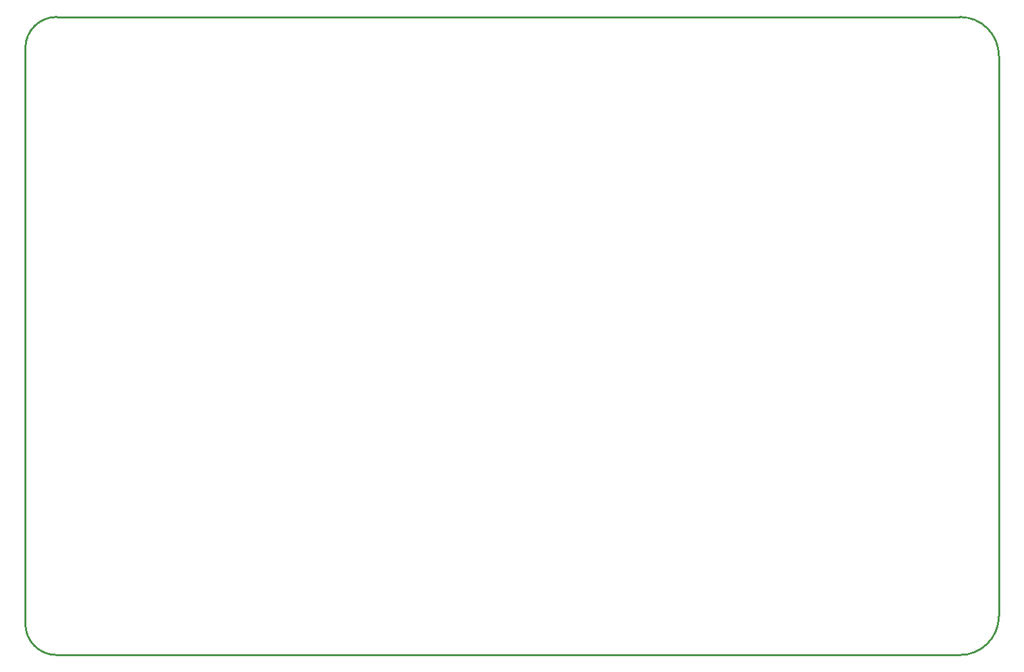
<source format=gko>
G04 Layer_Color=16711935*
%FSLAX44Y44*%
%MOMM*%
G71*
G01*
G75*
%ADD35C,0.2540*%
D35*
X1250000Y360000D02*
G03*
X1200000Y410000I-50000J0D01*
G01*
X1200000Y-410000D02*
G03*
X1250000Y-360000I0J50000D01*
G01*
X40045Y410000D02*
G03*
X0Y369955I0J-40045D01*
G01*
Y-370000D02*
G03*
X40000Y-410000I40000J0D01*
G01*
X1250000Y-360000D02*
Y360000D01*
X40045Y410000D02*
X1200000D01*
X40000Y-410000D02*
X1200000D01*
X0Y-370000D02*
Y369955D01*
M02*

</source>
